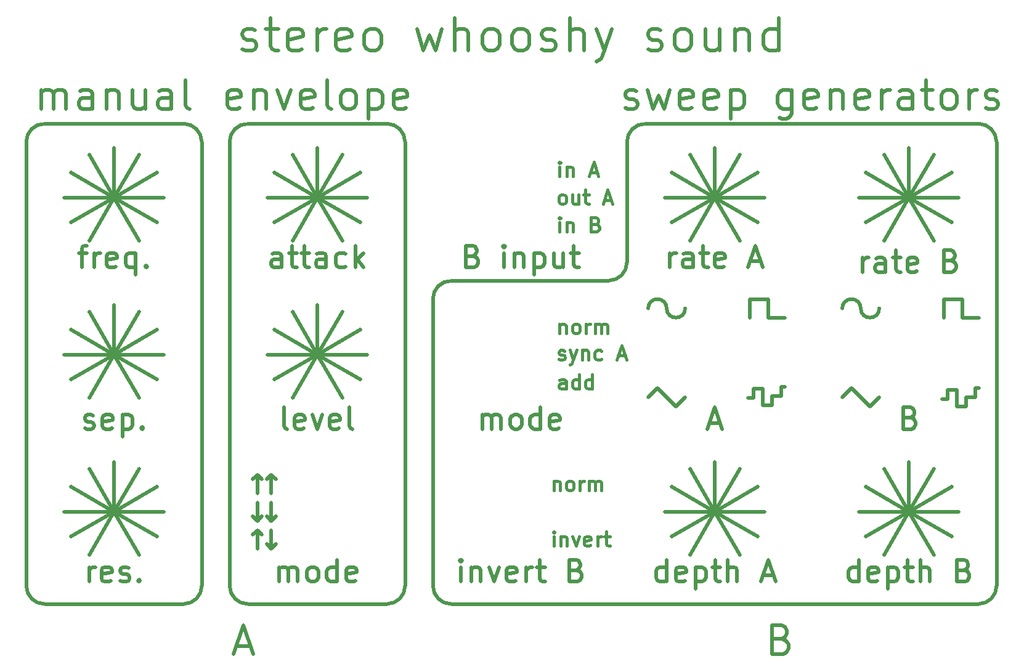
<source format=gto>
G04 #@! TF.GenerationSoftware,KiCad,Pcbnew,6.0.6-3a73a75311~116~ubuntu22.04.1*
G04 #@! TF.CreationDate,2022-07-13T12:19:01-04:00*
G04 #@! TF.ProjectId,stereo_whooshy_sound_front_panel,73746572-656f-45f7-9768-6f6f7368795f,0*
G04 #@! TF.SameCoordinates,Original*
G04 #@! TF.FileFunction,Legend,Top*
G04 #@! TF.FilePolarity,Positive*
%FSLAX46Y46*%
G04 Gerber Fmt 4.6, Leading zero omitted, Abs format (unit mm)*
G04 Created by KiCad (PCBNEW 6.0.6-3a73a75311~116~ubuntu22.04.1) date 2022-07-13 12:19:01*
%MOMM*%
%LPD*%
G01*
G04 APERTURE LIST*
%ADD10C,0.500000*%
%ADD11C,0.400000*%
%ADD12C,0.800000*%
%ADD13C,6.400000*%
G04 APERTURE END LIST*
D10*
X112395000Y-114300000D02*
X112395000Y-111760000D01*
X112395000Y-111760000D02*
X111760000Y-112395000D01*
X112395000Y-111760000D02*
X113030000Y-112395000D01*
X110490000Y-111760000D02*
X111125000Y-112395000D01*
X110490000Y-114300000D02*
X110490000Y-111760000D01*
X110490000Y-111760000D02*
X109855000Y-112395000D01*
X112395000Y-115570000D02*
X112395000Y-118110000D01*
X112395000Y-118110000D02*
X111760000Y-117475000D01*
X110490000Y-118110000D02*
X109855000Y-117475000D01*
X112395000Y-118110000D02*
X113030000Y-117475000D01*
X110490000Y-115570000D02*
X110490000Y-118110000D01*
X110490000Y-118110000D02*
X111125000Y-117475000D01*
X110490000Y-121920000D02*
X110490000Y-119380000D01*
X110490000Y-119380000D02*
X111125000Y-120015000D01*
X112395000Y-121920000D02*
X111760000Y-121285000D01*
X110490000Y-119380000D02*
X109855000Y-120015000D01*
X112395000Y-119380000D02*
X112395000Y-121920000D01*
X112395000Y-121920000D02*
X113030000Y-121285000D01*
X130810000Y-66040000D02*
X130810000Y-127000000D01*
X128270000Y-129540000D02*
X109220000Y-129540000D01*
X209550000Y-129540000D02*
G75*
G03*
X212090000Y-127000000I0J2540000D01*
G01*
X90805000Y-95250000D02*
X87376000Y-101189202D01*
X173355000Y-73660000D02*
X167415798Y-77089000D01*
X90805000Y-116840000D02*
X96744202Y-113411000D01*
X137160000Y-85090000D02*
G75*
G03*
X134620000Y-87630000I0J-2540000D01*
G01*
X173355000Y-73660000D02*
X166497000Y-73660000D01*
X212090000Y-66040000D02*
X212090000Y-127000000D01*
X173355000Y-116840000D02*
X169926000Y-122779202D01*
X205359000Y-100076000D02*
X206629000Y-100076000D01*
X161290000Y-66040000D02*
X161290000Y-82550000D01*
X78740000Y-127000000D02*
G75*
G03*
X81280000Y-129540000I2540000J0D01*
G01*
X177927000Y-101219000D02*
X178689000Y-101219000D01*
X194691000Y-102362000D02*
X195961000Y-101092000D01*
X200025000Y-116840000D02*
X203454000Y-122779202D01*
X193421000Y-88900000D02*
G75*
G03*
X195961000Y-88900000I1270000J0D01*
G01*
X200025000Y-73660000D02*
X194085798Y-70231000D01*
X179959000Y-99949000D02*
X179959000Y-102235000D01*
X164211000Y-101092000D02*
X165481000Y-99822000D01*
X118745000Y-95250000D02*
X122174000Y-101189202D01*
X106680000Y-66040000D02*
X106680000Y-127000000D01*
X179959000Y-102235000D02*
X181229000Y-102235000D01*
X178181000Y-87630000D02*
X180721000Y-87630000D01*
X90805000Y-73660000D02*
X97663000Y-73660000D01*
X200025000Y-73660000D02*
X200025000Y-66802000D01*
X118745000Y-73660000D02*
X125603000Y-73660000D01*
X90805000Y-73660000D02*
X83947000Y-73660000D01*
X90805000Y-73660000D02*
X87376000Y-67720798D01*
X207391000Y-90170000D02*
X209677000Y-90170000D01*
X181229000Y-102235000D02*
X181229000Y-100965000D01*
X81280000Y-63500000D02*
G75*
G03*
X78740000Y-66040000I0J-2540000D01*
G01*
X204851000Y-90170000D02*
X204851000Y-87630000D01*
X90805000Y-116840000D02*
X84865798Y-113411000D01*
X90805000Y-73660000D02*
X94234000Y-79599202D01*
X200025000Y-116840000D02*
X196596000Y-110900798D01*
X200025000Y-116840000D02*
X206883000Y-116840000D01*
X200025000Y-116840000D02*
X196596000Y-122779202D01*
X130810000Y-66040000D02*
G75*
G03*
X128270000Y-63500000I-2540000J0D01*
G01*
X118745000Y-95250000D02*
X124684202Y-91821000D01*
X90805000Y-116840000D02*
X87376000Y-110900798D01*
X168021000Y-102362000D02*
X169291000Y-101092000D01*
X206629000Y-100076000D02*
X206629000Y-102362000D01*
X118745000Y-73660000D02*
X118745000Y-66802000D01*
X173355000Y-73660000D02*
X167415798Y-70231000D01*
X200025000Y-73660000D02*
X193167000Y-73660000D01*
X90805000Y-95250000D02*
X83947000Y-95250000D01*
X212090000Y-66040000D02*
G75*
G03*
X209550000Y-63500000I-2540000J0D01*
G01*
X173355000Y-116840000D02*
X167415798Y-113411000D01*
X178181000Y-90170000D02*
X178181000Y-87630000D01*
X200025000Y-73660000D02*
X203454000Y-79599202D01*
X182499000Y-100965000D02*
X182499000Y-99695000D01*
X204851000Y-87630000D02*
X207391000Y-87630000D01*
X168021000Y-102362000D02*
X165481000Y-99822000D01*
X90805000Y-116840000D02*
X84865798Y-120269000D01*
X118745000Y-95250000D02*
X124684202Y-98679000D01*
X90805000Y-73660000D02*
X96744202Y-70231000D01*
X118745000Y-95250000D02*
X111887000Y-95250000D01*
X190881000Y-101092000D02*
X192151000Y-99822000D01*
X158750000Y-85090000D02*
G75*
G03*
X161290000Y-82550000I0J2540000D01*
G01*
X207899000Y-101092000D02*
X209169000Y-101092000D01*
X106680000Y-127000000D02*
G75*
G03*
X109220000Y-129540000I2540000J0D01*
G01*
X209550000Y-129540000D02*
X137160000Y-129540000D01*
X200025000Y-73660000D02*
X205964202Y-70231000D01*
X173355000Y-116840000D02*
X173355000Y-109982000D01*
X200025000Y-116840000D02*
X205964202Y-113411000D01*
X200025000Y-116840000D02*
X193167000Y-116840000D01*
X102870000Y-66040000D02*
X102870000Y-127000000D01*
X90805000Y-95250000D02*
X96744202Y-91821000D01*
X173355000Y-73660000D02*
X169926000Y-67720798D01*
X182499000Y-99695000D02*
X183007000Y-99695000D01*
X90805000Y-95250000D02*
X94234000Y-101189202D01*
X90805000Y-95250000D02*
X90805000Y-88392000D01*
X200025000Y-116840000D02*
X194085798Y-113411000D01*
X90805000Y-116840000D02*
X94234000Y-122779202D01*
X173355000Y-116840000D02*
X179294202Y-113411000D01*
X90805000Y-116840000D02*
X83947000Y-116840000D01*
X207899000Y-102362000D02*
X207899000Y-101092000D01*
X173355000Y-116840000D02*
X169926000Y-110900798D01*
X90805000Y-116840000D02*
X96744202Y-120269000D01*
X173355000Y-116840000D02*
X167415798Y-120269000D01*
X90805000Y-73660000D02*
X84865798Y-77089000D01*
X90805000Y-95250000D02*
X84865798Y-98679000D01*
X118745000Y-73660000D02*
X115316000Y-79599202D01*
X193421000Y-88900000D02*
G75*
G03*
X190881000Y-88900000I-1270000J0D01*
G01*
X173355000Y-73660000D02*
X179294202Y-70231000D01*
X90805000Y-73660000D02*
X90805000Y-66802000D01*
X100330000Y-129540000D02*
X81280000Y-129540000D01*
X163830000Y-63500000D02*
G75*
G03*
X161290000Y-66040000I0J-2540000D01*
G01*
X178689000Y-99949000D02*
X179959000Y-99949000D01*
X118745000Y-95250000D02*
X115316000Y-89310798D01*
X118745000Y-95250000D02*
X125603000Y-95250000D01*
X90805000Y-116840000D02*
X94234000Y-110900798D01*
X163830000Y-63500000D02*
X209550000Y-63500000D01*
X90805000Y-73660000D02*
X87376000Y-79599202D01*
X166751000Y-88900000D02*
G75*
G03*
X164211000Y-88900000I-1270000J0D01*
G01*
X200025000Y-73660000D02*
X206883000Y-73660000D01*
X200025000Y-116840000D02*
X205964202Y-120269000D01*
X128270000Y-63500000D02*
X109220000Y-63500000D01*
X200025000Y-116840000D02*
X200025000Y-109982000D01*
X128270000Y-129540000D02*
G75*
G03*
X130810000Y-127000000I0J2540000D01*
G01*
X173355000Y-116840000D02*
X166497000Y-116840000D01*
X90805000Y-73660000D02*
X96744202Y-77089000D01*
X118745000Y-73660000D02*
X124684202Y-77089000D01*
X118745000Y-73660000D02*
X111887000Y-73660000D01*
X118745000Y-73660000D02*
X112805798Y-70231000D01*
X200025000Y-73660000D02*
X194085798Y-77089000D01*
X166751000Y-88900000D02*
G75*
G03*
X169291000Y-88900000I1270000J0D01*
G01*
X173355000Y-116840000D02*
X179294202Y-120269000D01*
X118745000Y-95250000D02*
X122174000Y-89310798D01*
X173355000Y-73660000D02*
X169926000Y-79599202D01*
X173355000Y-116840000D02*
X176784000Y-110900798D01*
X90805000Y-95250000D02*
X87376000Y-89310798D01*
X118745000Y-95250000D02*
X118745000Y-88392000D01*
X90805000Y-95250000D02*
X97663000Y-95250000D01*
X173355000Y-73660000D02*
X173355000Y-66802000D01*
X90805000Y-73660000D02*
X94234000Y-67720798D01*
X204597000Y-101346000D02*
X205359000Y-101346000D01*
X134620000Y-127000000D02*
G75*
G03*
X137160000Y-129540000I2540000J0D01*
G01*
X173355000Y-73660000D02*
X176784000Y-79599202D01*
X100330000Y-63500000D02*
X81280000Y-63500000D01*
X90805000Y-116840000D02*
X90805000Y-109982000D01*
X90805000Y-116840000D02*
X87376000Y-122779202D01*
X209169000Y-99822000D02*
X209677000Y-99822000D01*
X90805000Y-95250000D02*
X94234000Y-89310798D01*
X207391000Y-87630000D02*
X207391000Y-90170000D01*
X200025000Y-116840000D02*
X203454000Y-110900798D01*
X200025000Y-116840000D02*
X194085798Y-120269000D01*
X100330000Y-129540000D02*
G75*
G03*
X102870000Y-127000000I0J2540000D01*
G01*
X173355000Y-116840000D02*
X180213000Y-116840000D01*
X181229000Y-100965000D02*
X182499000Y-100965000D01*
X209169000Y-101092000D02*
X209169000Y-99822000D01*
X109220000Y-63500000D02*
G75*
G03*
X106680000Y-66040000I0J-2540000D01*
G01*
X118745000Y-95250000D02*
X115316000Y-101189202D01*
X90805000Y-95250000D02*
X96744202Y-98679000D01*
X173355000Y-116840000D02*
X176784000Y-122779202D01*
X118745000Y-95250000D02*
X112805798Y-98679000D01*
X173355000Y-73660000D02*
X180213000Y-73660000D01*
X180721000Y-87630000D02*
X180721000Y-90170000D01*
X90805000Y-95250000D02*
X84865798Y-91821000D01*
X102870000Y-66040000D02*
G75*
G03*
X100330000Y-63500000I-2540000J0D01*
G01*
X118745000Y-73660000D02*
X122174000Y-79599202D01*
X200025000Y-73660000D02*
X196596000Y-79599202D01*
X90805000Y-73660000D02*
X84865798Y-70231000D01*
X137160000Y-85090000D02*
X158750000Y-85090000D01*
X134620000Y-87630000D02*
X134620000Y-127000000D01*
X118745000Y-73660000D02*
X124684202Y-70231000D01*
X118745000Y-73660000D02*
X115316000Y-67720798D01*
X206629000Y-102362000D02*
X207899000Y-102362000D01*
X78740000Y-66040000D02*
X78740000Y-127000000D01*
X173355000Y-73660000D02*
X179294202Y-77089000D01*
X180721000Y-90170000D02*
X183007000Y-90170000D01*
X200025000Y-73660000D02*
X205964202Y-77089000D01*
X173355000Y-73660000D02*
X176784000Y-67720798D01*
X118745000Y-73660000D02*
X122174000Y-67720798D01*
X90805000Y-116840000D02*
X97663000Y-116840000D01*
X205359000Y-101346000D02*
X205359000Y-100076000D01*
X200025000Y-73660000D02*
X196596000Y-67720798D01*
X200025000Y-73660000D02*
X203454000Y-67720798D01*
X194691000Y-102362000D02*
X192151000Y-99822000D01*
X178689000Y-101219000D02*
X178689000Y-99949000D01*
X118745000Y-73660000D02*
X112805798Y-77089000D01*
X118745000Y-95250000D02*
X112805798Y-91821000D01*
X141399285Y-105497142D02*
X141399285Y-103497142D01*
X141399285Y-103782857D02*
X141542142Y-103640000D01*
X141827857Y-103497142D01*
X142256428Y-103497142D01*
X142542142Y-103640000D01*
X142685000Y-103925714D01*
X142685000Y-105497142D01*
X142685000Y-103925714D02*
X142827857Y-103640000D01*
X143113571Y-103497142D01*
X143542142Y-103497142D01*
X143827857Y-103640000D01*
X143970714Y-103925714D01*
X143970714Y-105497142D01*
X145827857Y-105497142D02*
X145542142Y-105354285D01*
X145399285Y-105211428D01*
X145256428Y-104925714D01*
X145256428Y-104068571D01*
X145399285Y-103782857D01*
X145542142Y-103640000D01*
X145827857Y-103497142D01*
X146256428Y-103497142D01*
X146542142Y-103640000D01*
X146685000Y-103782857D01*
X146827857Y-104068571D01*
X146827857Y-104925714D01*
X146685000Y-105211428D01*
X146542142Y-105354285D01*
X146256428Y-105497142D01*
X145827857Y-105497142D01*
X149399285Y-105497142D02*
X149399285Y-102497142D01*
X149399285Y-105354285D02*
X149113571Y-105497142D01*
X148542142Y-105497142D01*
X148256428Y-105354285D01*
X148113571Y-105211428D01*
X147970714Y-104925714D01*
X147970714Y-104068571D01*
X148113571Y-103782857D01*
X148256428Y-103640000D01*
X148542142Y-103497142D01*
X149113571Y-103497142D01*
X149399285Y-103640000D01*
X151970714Y-105354285D02*
X151685000Y-105497142D01*
X151113571Y-105497142D01*
X150827857Y-105354285D01*
X150685000Y-105068571D01*
X150685000Y-103925714D01*
X150827857Y-103640000D01*
X151113571Y-103497142D01*
X151685000Y-103497142D01*
X151970714Y-103640000D01*
X152113571Y-103925714D01*
X152113571Y-104211428D01*
X150685000Y-104497142D01*
D11*
X152057190Y-91011428D02*
X152057190Y-92344761D01*
X152057190Y-91201904D02*
X152152428Y-91106666D01*
X152342904Y-91011428D01*
X152628619Y-91011428D01*
X152819095Y-91106666D01*
X152914333Y-91297142D01*
X152914333Y-92344761D01*
X154152428Y-92344761D02*
X153961952Y-92249523D01*
X153866714Y-92154285D01*
X153771476Y-91963809D01*
X153771476Y-91392380D01*
X153866714Y-91201904D01*
X153961952Y-91106666D01*
X154152428Y-91011428D01*
X154438142Y-91011428D01*
X154628619Y-91106666D01*
X154723857Y-91201904D01*
X154819095Y-91392380D01*
X154819095Y-91963809D01*
X154723857Y-92154285D01*
X154628619Y-92249523D01*
X154438142Y-92344761D01*
X154152428Y-92344761D01*
X155676238Y-92344761D02*
X155676238Y-91011428D01*
X155676238Y-91392380D02*
X155771476Y-91201904D01*
X155866714Y-91106666D01*
X156057190Y-91011428D01*
X156247666Y-91011428D01*
X156914333Y-92344761D02*
X156914333Y-91011428D01*
X156914333Y-91201904D02*
X157009571Y-91106666D01*
X157200047Y-91011428D01*
X157485761Y-91011428D01*
X157676238Y-91106666D01*
X157771476Y-91297142D01*
X157771476Y-92344761D01*
X157771476Y-91297142D02*
X157866714Y-91106666D01*
X158057190Y-91011428D01*
X158342904Y-91011428D01*
X158533380Y-91106666D01*
X158628619Y-91297142D01*
X158628619Y-92344761D01*
X151897952Y-95869523D02*
X152088428Y-95964761D01*
X152469380Y-95964761D01*
X152659857Y-95869523D01*
X152755095Y-95679047D01*
X152755095Y-95583809D01*
X152659857Y-95393333D01*
X152469380Y-95298095D01*
X152183666Y-95298095D01*
X151993190Y-95202857D01*
X151897952Y-95012380D01*
X151897952Y-94917142D01*
X151993190Y-94726666D01*
X152183666Y-94631428D01*
X152469380Y-94631428D01*
X152659857Y-94726666D01*
X153421761Y-94631428D02*
X153897952Y-95964761D01*
X154374142Y-94631428D02*
X153897952Y-95964761D01*
X153707476Y-96440952D01*
X153612238Y-96536190D01*
X153421761Y-96631428D01*
X155136047Y-94631428D02*
X155136047Y-95964761D01*
X155136047Y-94821904D02*
X155231285Y-94726666D01*
X155421761Y-94631428D01*
X155707476Y-94631428D01*
X155897952Y-94726666D01*
X155993190Y-94917142D01*
X155993190Y-95964761D01*
X157802714Y-95869523D02*
X157612238Y-95964761D01*
X157231285Y-95964761D01*
X157040809Y-95869523D01*
X156945571Y-95774285D01*
X156850333Y-95583809D01*
X156850333Y-95012380D01*
X156945571Y-94821904D01*
X157040809Y-94726666D01*
X157231285Y-94631428D01*
X157612238Y-94631428D01*
X157802714Y-94726666D01*
X160088428Y-95393333D02*
X161040809Y-95393333D01*
X159897952Y-95964761D02*
X160564619Y-93964761D01*
X161231285Y-95964761D01*
X152914333Y-99964761D02*
X152914333Y-98917142D01*
X152819095Y-98726666D01*
X152628619Y-98631428D01*
X152247666Y-98631428D01*
X152057190Y-98726666D01*
X152914333Y-99869523D02*
X152723857Y-99964761D01*
X152247666Y-99964761D01*
X152057190Y-99869523D01*
X151961952Y-99679047D01*
X151961952Y-99488571D01*
X152057190Y-99298095D01*
X152247666Y-99202857D01*
X152723857Y-99202857D01*
X152914333Y-99107619D01*
X154723857Y-99964761D02*
X154723857Y-97964761D01*
X154723857Y-99869523D02*
X154533380Y-99964761D01*
X154152428Y-99964761D01*
X153961952Y-99869523D01*
X153866714Y-99774285D01*
X153771476Y-99583809D01*
X153771476Y-99012380D01*
X153866714Y-98821904D01*
X153961952Y-98726666D01*
X154152428Y-98631428D01*
X154533380Y-98631428D01*
X154723857Y-98726666D01*
X156533380Y-99964761D02*
X156533380Y-97964761D01*
X156533380Y-99869523D02*
X156342904Y-99964761D01*
X155961952Y-99964761D01*
X155771476Y-99869523D01*
X155676238Y-99774285D01*
X155581000Y-99583809D01*
X155581000Y-99012380D01*
X155676238Y-98821904D01*
X155771476Y-98726666D01*
X155961952Y-98631428D01*
X156342904Y-98631428D01*
X156533380Y-98726666D01*
X151231190Y-112601428D02*
X151231190Y-113934761D01*
X151231190Y-112791904D02*
X151326428Y-112696666D01*
X151516904Y-112601428D01*
X151802619Y-112601428D01*
X151993095Y-112696666D01*
X152088333Y-112887142D01*
X152088333Y-113934761D01*
X153326428Y-113934761D02*
X153135952Y-113839523D01*
X153040714Y-113744285D01*
X152945476Y-113553809D01*
X152945476Y-112982380D01*
X153040714Y-112791904D01*
X153135952Y-112696666D01*
X153326428Y-112601428D01*
X153612142Y-112601428D01*
X153802619Y-112696666D01*
X153897857Y-112791904D01*
X153993095Y-112982380D01*
X153993095Y-113553809D01*
X153897857Y-113744285D01*
X153802619Y-113839523D01*
X153612142Y-113934761D01*
X153326428Y-113934761D01*
X154850238Y-113934761D02*
X154850238Y-112601428D01*
X154850238Y-112982380D02*
X154945476Y-112791904D01*
X155040714Y-112696666D01*
X155231190Y-112601428D01*
X155421666Y-112601428D01*
X156088333Y-113934761D02*
X156088333Y-112601428D01*
X156088333Y-112791904D02*
X156183571Y-112696666D01*
X156374047Y-112601428D01*
X156659761Y-112601428D01*
X156850238Y-112696666D01*
X156945476Y-112887142D01*
X156945476Y-113934761D01*
X156945476Y-112887142D02*
X157040714Y-112696666D01*
X157231190Y-112601428D01*
X157516904Y-112601428D01*
X157707380Y-112696666D01*
X157802619Y-112887142D01*
X157802619Y-113934761D01*
X151231190Y-121554761D02*
X151231190Y-120221428D01*
X151231190Y-119554761D02*
X151135952Y-119650000D01*
X151231190Y-119745238D01*
X151326428Y-119650000D01*
X151231190Y-119554761D01*
X151231190Y-119745238D01*
X152183571Y-120221428D02*
X152183571Y-121554761D01*
X152183571Y-120411904D02*
X152278809Y-120316666D01*
X152469285Y-120221428D01*
X152755000Y-120221428D01*
X152945476Y-120316666D01*
X153040714Y-120507142D01*
X153040714Y-121554761D01*
X153802619Y-120221428D02*
X154278809Y-121554761D01*
X154755000Y-120221428D01*
X156278809Y-121459523D02*
X156088333Y-121554761D01*
X155707380Y-121554761D01*
X155516904Y-121459523D01*
X155421666Y-121269047D01*
X155421666Y-120507142D01*
X155516904Y-120316666D01*
X155707380Y-120221428D01*
X156088333Y-120221428D01*
X156278809Y-120316666D01*
X156374047Y-120507142D01*
X156374047Y-120697619D01*
X155421666Y-120888095D01*
X157231190Y-121554761D02*
X157231190Y-120221428D01*
X157231190Y-120602380D02*
X157326428Y-120411904D01*
X157421666Y-120316666D01*
X157612142Y-120221428D01*
X157802619Y-120221428D01*
X158183571Y-120221428D02*
X158945476Y-120221428D01*
X158469285Y-119554761D02*
X158469285Y-121269047D01*
X158564523Y-121459523D01*
X158755000Y-121554761D01*
X158945476Y-121554761D01*
D10*
X138470714Y-126452142D02*
X138470714Y-124452142D01*
X138470714Y-123452142D02*
X138327857Y-123595000D01*
X138470714Y-123737857D01*
X138613571Y-123595000D01*
X138470714Y-123452142D01*
X138470714Y-123737857D01*
X139899285Y-124452142D02*
X139899285Y-126452142D01*
X139899285Y-124737857D02*
X140042142Y-124595000D01*
X140327857Y-124452142D01*
X140756428Y-124452142D01*
X141042142Y-124595000D01*
X141185000Y-124880714D01*
X141185000Y-126452142D01*
X142327857Y-124452142D02*
X143042142Y-126452142D01*
X143756428Y-124452142D01*
X146042142Y-126309285D02*
X145756428Y-126452142D01*
X145185000Y-126452142D01*
X144899285Y-126309285D01*
X144756428Y-126023571D01*
X144756428Y-124880714D01*
X144899285Y-124595000D01*
X145185000Y-124452142D01*
X145756428Y-124452142D01*
X146042142Y-124595000D01*
X146185000Y-124880714D01*
X146185000Y-125166428D01*
X144756428Y-125452142D01*
X147470714Y-126452142D02*
X147470714Y-124452142D01*
X147470714Y-125023571D02*
X147613571Y-124737857D01*
X147756428Y-124595000D01*
X148042142Y-124452142D01*
X148327857Y-124452142D01*
X148899285Y-124452142D02*
X150042142Y-124452142D01*
X149327857Y-123452142D02*
X149327857Y-126023571D01*
X149470714Y-126309285D01*
X149756428Y-126452142D01*
X150042142Y-126452142D01*
X154327857Y-124880714D02*
X154756428Y-125023571D01*
X154899285Y-125166428D01*
X155042142Y-125452142D01*
X155042142Y-125880714D01*
X154899285Y-126166428D01*
X154756428Y-126309285D01*
X154470714Y-126452142D01*
X153327857Y-126452142D01*
X153327857Y-123452142D01*
X154327857Y-123452142D01*
X154613571Y-123595000D01*
X154756428Y-123737857D01*
X154899285Y-124023571D01*
X154899285Y-124309285D01*
X154756428Y-124595000D01*
X154613571Y-124737857D01*
X154327857Y-124880714D01*
X153327857Y-124880714D01*
X167212142Y-83272142D02*
X167212142Y-81272142D01*
X167212142Y-81843571D02*
X167355000Y-81557857D01*
X167497857Y-81415000D01*
X167783571Y-81272142D01*
X168069285Y-81272142D01*
X170355000Y-83272142D02*
X170355000Y-81700714D01*
X170212142Y-81415000D01*
X169926428Y-81272142D01*
X169355000Y-81272142D01*
X169069285Y-81415000D01*
X170355000Y-83129285D02*
X170069285Y-83272142D01*
X169355000Y-83272142D01*
X169069285Y-83129285D01*
X168926428Y-82843571D01*
X168926428Y-82557857D01*
X169069285Y-82272142D01*
X169355000Y-82129285D01*
X170069285Y-82129285D01*
X170355000Y-81986428D01*
X171355000Y-81272142D02*
X172497857Y-81272142D01*
X171783571Y-80272142D02*
X171783571Y-82843571D01*
X171926428Y-83129285D01*
X172212142Y-83272142D01*
X172497857Y-83272142D01*
X174640714Y-83129285D02*
X174355000Y-83272142D01*
X173783571Y-83272142D01*
X173497857Y-83129285D01*
X173355000Y-82843571D01*
X173355000Y-81700714D01*
X173497857Y-81415000D01*
X173783571Y-81272142D01*
X174355000Y-81272142D01*
X174640714Y-81415000D01*
X174783571Y-81700714D01*
X174783571Y-81986428D01*
X173355000Y-82272142D01*
X178212142Y-82415000D02*
X179640714Y-82415000D01*
X177926428Y-83272142D02*
X178926428Y-80272142D01*
X179926428Y-83272142D01*
X193667857Y-83907142D02*
X193667857Y-81907142D01*
X193667857Y-82478571D02*
X193810714Y-82192857D01*
X193953571Y-82050000D01*
X194239285Y-81907142D01*
X194525000Y-81907142D01*
X196810714Y-83907142D02*
X196810714Y-82335714D01*
X196667857Y-82050000D01*
X196382142Y-81907142D01*
X195810714Y-81907142D01*
X195525000Y-82050000D01*
X196810714Y-83764285D02*
X196525000Y-83907142D01*
X195810714Y-83907142D01*
X195525000Y-83764285D01*
X195382142Y-83478571D01*
X195382142Y-83192857D01*
X195525000Y-82907142D01*
X195810714Y-82764285D01*
X196525000Y-82764285D01*
X196810714Y-82621428D01*
X197810714Y-81907142D02*
X198953571Y-81907142D01*
X198239285Y-80907142D02*
X198239285Y-83478571D01*
X198382142Y-83764285D01*
X198667857Y-83907142D01*
X198953571Y-83907142D01*
X201096428Y-83764285D02*
X200810714Y-83907142D01*
X200239285Y-83907142D01*
X199953571Y-83764285D01*
X199810714Y-83478571D01*
X199810714Y-82335714D01*
X199953571Y-82050000D01*
X200239285Y-81907142D01*
X200810714Y-81907142D01*
X201096428Y-82050000D01*
X201239285Y-82335714D01*
X201239285Y-82621428D01*
X199810714Y-82907142D01*
X205810714Y-82335714D02*
X206239285Y-82478571D01*
X206382142Y-82621428D01*
X206525000Y-82907142D01*
X206525000Y-83335714D01*
X206382142Y-83621428D01*
X206239285Y-83764285D01*
X205953571Y-83907142D01*
X204810714Y-83907142D01*
X204810714Y-80907142D01*
X205810714Y-80907142D01*
X206096428Y-81050000D01*
X206239285Y-81192857D01*
X206382142Y-81478571D01*
X206382142Y-81764285D01*
X206239285Y-82050000D01*
X206096428Y-82192857D01*
X205810714Y-82335714D01*
X204810714Y-82335714D01*
X166712142Y-126452142D02*
X166712142Y-123452142D01*
X166712142Y-126309285D02*
X166426428Y-126452142D01*
X165855000Y-126452142D01*
X165569285Y-126309285D01*
X165426428Y-126166428D01*
X165283571Y-125880714D01*
X165283571Y-125023571D01*
X165426428Y-124737857D01*
X165569285Y-124595000D01*
X165855000Y-124452142D01*
X166426428Y-124452142D01*
X166712142Y-124595000D01*
X169283571Y-126309285D02*
X168997857Y-126452142D01*
X168426428Y-126452142D01*
X168140714Y-126309285D01*
X167997857Y-126023571D01*
X167997857Y-124880714D01*
X168140714Y-124595000D01*
X168426428Y-124452142D01*
X168997857Y-124452142D01*
X169283571Y-124595000D01*
X169426428Y-124880714D01*
X169426428Y-125166428D01*
X167997857Y-125452142D01*
X170712142Y-124452142D02*
X170712142Y-127452142D01*
X170712142Y-124595000D02*
X170997857Y-124452142D01*
X171569285Y-124452142D01*
X171855000Y-124595000D01*
X171997857Y-124737857D01*
X172140714Y-125023571D01*
X172140714Y-125880714D01*
X171997857Y-126166428D01*
X171855000Y-126309285D01*
X171569285Y-126452142D01*
X170997857Y-126452142D01*
X170712142Y-126309285D01*
X172997857Y-124452142D02*
X174140714Y-124452142D01*
X173426428Y-123452142D02*
X173426428Y-126023571D01*
X173569285Y-126309285D01*
X173855000Y-126452142D01*
X174140714Y-126452142D01*
X175140714Y-126452142D02*
X175140714Y-123452142D01*
X176426428Y-126452142D02*
X176426428Y-124880714D01*
X176283571Y-124595000D01*
X175997857Y-124452142D01*
X175569285Y-124452142D01*
X175283571Y-124595000D01*
X175140714Y-124737857D01*
X179997857Y-125595000D02*
X181426428Y-125595000D01*
X179712142Y-126452142D02*
X180712142Y-123452142D01*
X181712142Y-126452142D01*
X114602142Y-105497142D02*
X114316428Y-105354285D01*
X114173571Y-105068571D01*
X114173571Y-102497142D01*
X116887857Y-105354285D02*
X116602142Y-105497142D01*
X116030714Y-105497142D01*
X115745000Y-105354285D01*
X115602142Y-105068571D01*
X115602142Y-103925714D01*
X115745000Y-103640000D01*
X116030714Y-103497142D01*
X116602142Y-103497142D01*
X116887857Y-103640000D01*
X117030714Y-103925714D01*
X117030714Y-104211428D01*
X115602142Y-104497142D01*
X118030714Y-103497142D02*
X118745000Y-105497142D01*
X119459285Y-103497142D01*
X121745000Y-105354285D02*
X121459285Y-105497142D01*
X120887857Y-105497142D01*
X120602142Y-105354285D01*
X120459285Y-105068571D01*
X120459285Y-103925714D01*
X120602142Y-103640000D01*
X120887857Y-103497142D01*
X121459285Y-103497142D01*
X121745000Y-103640000D01*
X121887857Y-103925714D01*
X121887857Y-104211428D01*
X120459285Y-104497142D01*
X123602142Y-105497142D02*
X123316428Y-105354285D01*
X123173571Y-105068571D01*
X123173571Y-102497142D01*
X113459285Y-126452142D02*
X113459285Y-124452142D01*
X113459285Y-124737857D02*
X113602142Y-124595000D01*
X113887857Y-124452142D01*
X114316428Y-124452142D01*
X114602142Y-124595000D01*
X114745000Y-124880714D01*
X114745000Y-126452142D01*
X114745000Y-124880714D02*
X114887857Y-124595000D01*
X115173571Y-124452142D01*
X115602142Y-124452142D01*
X115887857Y-124595000D01*
X116030714Y-124880714D01*
X116030714Y-126452142D01*
X117887857Y-126452142D02*
X117602142Y-126309285D01*
X117459285Y-126166428D01*
X117316428Y-125880714D01*
X117316428Y-125023571D01*
X117459285Y-124737857D01*
X117602142Y-124595000D01*
X117887857Y-124452142D01*
X118316428Y-124452142D01*
X118602142Y-124595000D01*
X118745000Y-124737857D01*
X118887857Y-125023571D01*
X118887857Y-125880714D01*
X118745000Y-126166428D01*
X118602142Y-126309285D01*
X118316428Y-126452142D01*
X117887857Y-126452142D01*
X121459285Y-126452142D02*
X121459285Y-123452142D01*
X121459285Y-126309285D02*
X121173571Y-126452142D01*
X120602142Y-126452142D01*
X120316428Y-126309285D01*
X120173571Y-126166428D01*
X120030714Y-125880714D01*
X120030714Y-125023571D01*
X120173571Y-124737857D01*
X120316428Y-124595000D01*
X120602142Y-124452142D01*
X121173571Y-124452142D01*
X121459285Y-124595000D01*
X124030714Y-126309285D02*
X123745000Y-126452142D01*
X123173571Y-126452142D01*
X122887857Y-126309285D01*
X122745000Y-126023571D01*
X122745000Y-124880714D01*
X122887857Y-124595000D01*
X123173571Y-124452142D01*
X123745000Y-124452142D01*
X124030714Y-124595000D01*
X124173571Y-124880714D01*
X124173571Y-125166428D01*
X122745000Y-125452142D01*
X85947857Y-81272142D02*
X87090714Y-81272142D01*
X86376428Y-83272142D02*
X86376428Y-80700714D01*
X86519285Y-80415000D01*
X86805000Y-80272142D01*
X87090714Y-80272142D01*
X88090714Y-83272142D02*
X88090714Y-81272142D01*
X88090714Y-81843571D02*
X88233571Y-81557857D01*
X88376428Y-81415000D01*
X88662142Y-81272142D01*
X88947857Y-81272142D01*
X91090714Y-83129285D02*
X90805000Y-83272142D01*
X90233571Y-83272142D01*
X89947857Y-83129285D01*
X89805000Y-82843571D01*
X89805000Y-81700714D01*
X89947857Y-81415000D01*
X90233571Y-81272142D01*
X90805000Y-81272142D01*
X91090714Y-81415000D01*
X91233571Y-81700714D01*
X91233571Y-81986428D01*
X89805000Y-82272142D01*
X93805000Y-81272142D02*
X93805000Y-84272142D01*
X93805000Y-83129285D02*
X93519285Y-83272142D01*
X92947857Y-83272142D01*
X92662142Y-83129285D01*
X92519285Y-82986428D01*
X92376428Y-82700714D01*
X92376428Y-81843571D01*
X92519285Y-81557857D01*
X92662142Y-81415000D01*
X92947857Y-81272142D01*
X93519285Y-81272142D01*
X93805000Y-81415000D01*
X95233571Y-82986428D02*
X95376428Y-83129285D01*
X95233571Y-83272142D01*
X95090714Y-83129285D01*
X95233571Y-82986428D01*
X95233571Y-83272142D01*
X86805000Y-105354285D02*
X87090714Y-105497142D01*
X87662142Y-105497142D01*
X87947857Y-105354285D01*
X88090714Y-105068571D01*
X88090714Y-104925714D01*
X87947857Y-104640000D01*
X87662142Y-104497142D01*
X87233571Y-104497142D01*
X86947857Y-104354285D01*
X86805000Y-104068571D01*
X86805000Y-103925714D01*
X86947857Y-103640000D01*
X87233571Y-103497142D01*
X87662142Y-103497142D01*
X87947857Y-103640000D01*
X90519285Y-105354285D02*
X90233571Y-105497142D01*
X89662142Y-105497142D01*
X89376428Y-105354285D01*
X89233571Y-105068571D01*
X89233571Y-103925714D01*
X89376428Y-103640000D01*
X89662142Y-103497142D01*
X90233571Y-103497142D01*
X90519285Y-103640000D01*
X90662142Y-103925714D01*
X90662142Y-104211428D01*
X89233571Y-104497142D01*
X91947857Y-103497142D02*
X91947857Y-106497142D01*
X91947857Y-103640000D02*
X92233571Y-103497142D01*
X92805000Y-103497142D01*
X93090714Y-103640000D01*
X93233571Y-103782857D01*
X93376428Y-104068571D01*
X93376428Y-104925714D01*
X93233571Y-105211428D01*
X93090714Y-105354285D01*
X92805000Y-105497142D01*
X92233571Y-105497142D01*
X91947857Y-105354285D01*
X94662142Y-105211428D02*
X94805000Y-105354285D01*
X94662142Y-105497142D01*
X94519285Y-105354285D01*
X94662142Y-105211428D01*
X94662142Y-105497142D01*
X87376428Y-126452142D02*
X87376428Y-124452142D01*
X87376428Y-125023571D02*
X87519285Y-124737857D01*
X87662142Y-124595000D01*
X87947857Y-124452142D01*
X88233571Y-124452142D01*
X90376428Y-126309285D02*
X90090714Y-126452142D01*
X89519285Y-126452142D01*
X89233571Y-126309285D01*
X89090714Y-126023571D01*
X89090714Y-124880714D01*
X89233571Y-124595000D01*
X89519285Y-124452142D01*
X90090714Y-124452142D01*
X90376428Y-124595000D01*
X90519285Y-124880714D01*
X90519285Y-125166428D01*
X89090714Y-125452142D01*
X91662142Y-126309285D02*
X91947857Y-126452142D01*
X92519285Y-126452142D01*
X92805000Y-126309285D01*
X92947857Y-126023571D01*
X92947857Y-125880714D01*
X92805000Y-125595000D01*
X92519285Y-125452142D01*
X92090714Y-125452142D01*
X91805000Y-125309285D01*
X91662142Y-125023571D01*
X91662142Y-124880714D01*
X91805000Y-124595000D01*
X92090714Y-124452142D01*
X92519285Y-124452142D01*
X92805000Y-124595000D01*
X94233571Y-126166428D02*
X94376428Y-126309285D01*
X94233571Y-126452142D01*
X94090714Y-126309285D01*
X94233571Y-126166428D01*
X94233571Y-126452142D01*
X80805000Y-61499523D02*
X80805000Y-58832857D01*
X80805000Y-59213809D02*
X80995476Y-59023333D01*
X81376428Y-58832857D01*
X81947857Y-58832857D01*
X82328809Y-59023333D01*
X82519285Y-59404285D01*
X82519285Y-61499523D01*
X82519285Y-59404285D02*
X82709761Y-59023333D01*
X83090714Y-58832857D01*
X83662142Y-58832857D01*
X84043095Y-59023333D01*
X84233571Y-59404285D01*
X84233571Y-61499523D01*
X87852619Y-61499523D02*
X87852619Y-59404285D01*
X87662142Y-59023333D01*
X87281190Y-58832857D01*
X86519285Y-58832857D01*
X86138333Y-59023333D01*
X87852619Y-61309047D02*
X87471666Y-61499523D01*
X86519285Y-61499523D01*
X86138333Y-61309047D01*
X85947857Y-60928095D01*
X85947857Y-60547142D01*
X86138333Y-60166190D01*
X86519285Y-59975714D01*
X87471666Y-59975714D01*
X87852619Y-59785238D01*
X89757380Y-58832857D02*
X89757380Y-61499523D01*
X89757380Y-59213809D02*
X89947857Y-59023333D01*
X90328809Y-58832857D01*
X90900238Y-58832857D01*
X91281190Y-59023333D01*
X91471666Y-59404285D01*
X91471666Y-61499523D01*
X95090714Y-58832857D02*
X95090714Y-61499523D01*
X93376428Y-58832857D02*
X93376428Y-60928095D01*
X93566904Y-61309047D01*
X93947857Y-61499523D01*
X94519285Y-61499523D01*
X94900238Y-61309047D01*
X95090714Y-61118571D01*
X98709761Y-61499523D02*
X98709761Y-59404285D01*
X98519285Y-59023333D01*
X98138333Y-58832857D01*
X97376428Y-58832857D01*
X96995476Y-59023333D01*
X98709761Y-61309047D02*
X98328809Y-61499523D01*
X97376428Y-61499523D01*
X96995476Y-61309047D01*
X96805000Y-60928095D01*
X96805000Y-60547142D01*
X96995476Y-60166190D01*
X97376428Y-59975714D01*
X98328809Y-59975714D01*
X98709761Y-59785238D01*
X101185952Y-61499523D02*
X100805000Y-61309047D01*
X100614523Y-60928095D01*
X100614523Y-57499523D01*
X108078333Y-61309047D02*
X107697380Y-61499523D01*
X106935476Y-61499523D01*
X106554523Y-61309047D01*
X106364047Y-60928095D01*
X106364047Y-59404285D01*
X106554523Y-59023333D01*
X106935476Y-58832857D01*
X107697380Y-58832857D01*
X108078333Y-59023333D01*
X108268809Y-59404285D01*
X108268809Y-59785238D01*
X106364047Y-60166190D01*
X109983095Y-58832857D02*
X109983095Y-61499523D01*
X109983095Y-59213809D02*
X110173571Y-59023333D01*
X110554523Y-58832857D01*
X111125952Y-58832857D01*
X111506904Y-59023333D01*
X111697380Y-59404285D01*
X111697380Y-61499523D01*
X113221190Y-58832857D02*
X114173571Y-61499523D01*
X115125952Y-58832857D01*
X118173571Y-61309047D02*
X117792619Y-61499523D01*
X117030714Y-61499523D01*
X116649761Y-61309047D01*
X116459285Y-60928095D01*
X116459285Y-59404285D01*
X116649761Y-59023333D01*
X117030714Y-58832857D01*
X117792619Y-58832857D01*
X118173571Y-59023333D01*
X118364047Y-59404285D01*
X118364047Y-59785238D01*
X116459285Y-60166190D01*
X120649761Y-61499523D02*
X120268809Y-61309047D01*
X120078333Y-60928095D01*
X120078333Y-57499523D01*
X122745000Y-61499523D02*
X122364047Y-61309047D01*
X122173571Y-61118571D01*
X121983095Y-60737619D01*
X121983095Y-59594761D01*
X122173571Y-59213809D01*
X122364047Y-59023333D01*
X122745000Y-58832857D01*
X123316428Y-58832857D01*
X123697380Y-59023333D01*
X123887857Y-59213809D01*
X124078333Y-59594761D01*
X124078333Y-60737619D01*
X123887857Y-61118571D01*
X123697380Y-61309047D01*
X123316428Y-61499523D01*
X122745000Y-61499523D01*
X125792619Y-58832857D02*
X125792619Y-62832857D01*
X125792619Y-59023333D02*
X126173571Y-58832857D01*
X126935476Y-58832857D01*
X127316428Y-59023333D01*
X127506904Y-59213809D01*
X127697380Y-59594761D01*
X127697380Y-60737619D01*
X127506904Y-61118571D01*
X127316428Y-61309047D01*
X126935476Y-61499523D01*
X126173571Y-61499523D01*
X125792619Y-61309047D01*
X130935476Y-61309047D02*
X130554523Y-61499523D01*
X129792619Y-61499523D01*
X129411666Y-61309047D01*
X129221190Y-60928095D01*
X129221190Y-59404285D01*
X129411666Y-59023333D01*
X129792619Y-58832857D01*
X130554523Y-58832857D01*
X130935476Y-59023333D01*
X131125952Y-59404285D01*
X131125952Y-59785238D01*
X129221190Y-60166190D01*
X161070952Y-61309047D02*
X161451904Y-61499523D01*
X162213809Y-61499523D01*
X162594761Y-61309047D01*
X162785238Y-60928095D01*
X162785238Y-60737619D01*
X162594761Y-60356666D01*
X162213809Y-60166190D01*
X161642380Y-60166190D01*
X161261428Y-59975714D01*
X161070952Y-59594761D01*
X161070952Y-59404285D01*
X161261428Y-59023333D01*
X161642380Y-58832857D01*
X162213809Y-58832857D01*
X162594761Y-59023333D01*
X164118571Y-58832857D02*
X164880476Y-61499523D01*
X165642380Y-59594761D01*
X166404285Y-61499523D01*
X167166190Y-58832857D01*
X170213809Y-61309047D02*
X169832857Y-61499523D01*
X169070952Y-61499523D01*
X168690000Y-61309047D01*
X168499523Y-60928095D01*
X168499523Y-59404285D01*
X168690000Y-59023333D01*
X169070952Y-58832857D01*
X169832857Y-58832857D01*
X170213809Y-59023333D01*
X170404285Y-59404285D01*
X170404285Y-59785238D01*
X168499523Y-60166190D01*
X173642380Y-61309047D02*
X173261428Y-61499523D01*
X172499523Y-61499523D01*
X172118571Y-61309047D01*
X171928095Y-60928095D01*
X171928095Y-59404285D01*
X172118571Y-59023333D01*
X172499523Y-58832857D01*
X173261428Y-58832857D01*
X173642380Y-59023333D01*
X173832857Y-59404285D01*
X173832857Y-59785238D01*
X171928095Y-60166190D01*
X175547142Y-58832857D02*
X175547142Y-62832857D01*
X175547142Y-59023333D02*
X175928095Y-58832857D01*
X176690000Y-58832857D01*
X177070952Y-59023333D01*
X177261428Y-59213809D01*
X177451904Y-59594761D01*
X177451904Y-60737619D01*
X177261428Y-61118571D01*
X177070952Y-61309047D01*
X176690000Y-61499523D01*
X175928095Y-61499523D01*
X175547142Y-61309047D01*
X183928095Y-58832857D02*
X183928095Y-62070952D01*
X183737619Y-62451904D01*
X183547142Y-62642380D01*
X183166190Y-62832857D01*
X182594761Y-62832857D01*
X182213809Y-62642380D01*
X183928095Y-61309047D02*
X183547142Y-61499523D01*
X182785238Y-61499523D01*
X182404285Y-61309047D01*
X182213809Y-61118571D01*
X182023333Y-60737619D01*
X182023333Y-59594761D01*
X182213809Y-59213809D01*
X182404285Y-59023333D01*
X182785238Y-58832857D01*
X183547142Y-58832857D01*
X183928095Y-59023333D01*
X187356666Y-61309047D02*
X186975714Y-61499523D01*
X186213809Y-61499523D01*
X185832857Y-61309047D01*
X185642380Y-60928095D01*
X185642380Y-59404285D01*
X185832857Y-59023333D01*
X186213809Y-58832857D01*
X186975714Y-58832857D01*
X187356666Y-59023333D01*
X187547142Y-59404285D01*
X187547142Y-59785238D01*
X185642380Y-60166190D01*
X189261428Y-58832857D02*
X189261428Y-61499523D01*
X189261428Y-59213809D02*
X189451904Y-59023333D01*
X189832857Y-58832857D01*
X190404285Y-58832857D01*
X190785238Y-59023333D01*
X190975714Y-59404285D01*
X190975714Y-61499523D01*
X194404285Y-61309047D02*
X194023333Y-61499523D01*
X193261428Y-61499523D01*
X192880476Y-61309047D01*
X192690000Y-60928095D01*
X192690000Y-59404285D01*
X192880476Y-59023333D01*
X193261428Y-58832857D01*
X194023333Y-58832857D01*
X194404285Y-59023333D01*
X194594761Y-59404285D01*
X194594761Y-59785238D01*
X192690000Y-60166190D01*
X196309047Y-61499523D02*
X196309047Y-58832857D01*
X196309047Y-59594761D02*
X196499523Y-59213809D01*
X196690000Y-59023333D01*
X197070952Y-58832857D01*
X197451904Y-58832857D01*
X200499523Y-61499523D02*
X200499523Y-59404285D01*
X200309047Y-59023333D01*
X199928095Y-58832857D01*
X199166190Y-58832857D01*
X198785238Y-59023333D01*
X200499523Y-61309047D02*
X200118571Y-61499523D01*
X199166190Y-61499523D01*
X198785238Y-61309047D01*
X198594761Y-60928095D01*
X198594761Y-60547142D01*
X198785238Y-60166190D01*
X199166190Y-59975714D01*
X200118571Y-59975714D01*
X200499523Y-59785238D01*
X201832857Y-58832857D02*
X203356666Y-58832857D01*
X202404285Y-57499523D02*
X202404285Y-60928095D01*
X202594761Y-61309047D01*
X202975714Y-61499523D01*
X203356666Y-61499523D01*
X205261428Y-61499523D02*
X204880476Y-61309047D01*
X204690000Y-61118571D01*
X204499523Y-60737619D01*
X204499523Y-59594761D01*
X204690000Y-59213809D01*
X204880476Y-59023333D01*
X205261428Y-58832857D01*
X205832857Y-58832857D01*
X206213809Y-59023333D01*
X206404285Y-59213809D01*
X206594761Y-59594761D01*
X206594761Y-60737619D01*
X206404285Y-61118571D01*
X206213809Y-61309047D01*
X205832857Y-61499523D01*
X205261428Y-61499523D01*
X208309047Y-61499523D02*
X208309047Y-58832857D01*
X208309047Y-59594761D02*
X208499523Y-59213809D01*
X208690000Y-59023333D01*
X209070952Y-58832857D01*
X209451904Y-58832857D01*
X210594761Y-61309047D02*
X210975714Y-61499523D01*
X211737619Y-61499523D01*
X212118571Y-61309047D01*
X212309047Y-60928095D01*
X212309047Y-60737619D01*
X212118571Y-60356666D01*
X211737619Y-60166190D01*
X211166190Y-60166190D01*
X210785238Y-59975714D01*
X210594761Y-59594761D01*
X210594761Y-59404285D01*
X210785238Y-59023333D01*
X211166190Y-58832857D01*
X211737619Y-58832857D01*
X212118571Y-59023333D01*
X140113571Y-81700714D02*
X140542142Y-81843571D01*
X140685000Y-81986428D01*
X140827857Y-82272142D01*
X140827857Y-82700714D01*
X140685000Y-82986428D01*
X140542142Y-83129285D01*
X140256428Y-83272142D01*
X139113571Y-83272142D01*
X139113571Y-80272142D01*
X140113571Y-80272142D01*
X140399285Y-80415000D01*
X140542142Y-80557857D01*
X140685000Y-80843571D01*
X140685000Y-81129285D01*
X140542142Y-81415000D01*
X140399285Y-81557857D01*
X140113571Y-81700714D01*
X139113571Y-81700714D01*
X144399285Y-83272142D02*
X144399285Y-81272142D01*
X144399285Y-80272142D02*
X144256428Y-80415000D01*
X144399285Y-80557857D01*
X144542142Y-80415000D01*
X144399285Y-80272142D01*
X144399285Y-80557857D01*
X145827857Y-81272142D02*
X145827857Y-83272142D01*
X145827857Y-81557857D02*
X145970714Y-81415000D01*
X146256428Y-81272142D01*
X146685000Y-81272142D01*
X146970714Y-81415000D01*
X147113571Y-81700714D01*
X147113571Y-83272142D01*
X148542142Y-81272142D02*
X148542142Y-84272142D01*
X148542142Y-81415000D02*
X148827857Y-81272142D01*
X149399285Y-81272142D01*
X149685000Y-81415000D01*
X149827857Y-81557857D01*
X149970714Y-81843571D01*
X149970714Y-82700714D01*
X149827857Y-82986428D01*
X149685000Y-83129285D01*
X149399285Y-83272142D01*
X148827857Y-83272142D01*
X148542142Y-83129285D01*
X152542142Y-81272142D02*
X152542142Y-83272142D01*
X151256428Y-81272142D02*
X151256428Y-82843571D01*
X151399285Y-83129285D01*
X151685000Y-83272142D01*
X152113571Y-83272142D01*
X152399285Y-83129285D01*
X152542142Y-82986428D01*
X153542142Y-81272142D02*
X154685000Y-81272142D01*
X153970714Y-80272142D02*
X153970714Y-82843571D01*
X154113571Y-83129285D01*
X154399285Y-83272142D01*
X154685000Y-83272142D01*
D11*
X152057190Y-78374761D02*
X152057190Y-77041428D01*
X152057190Y-76374761D02*
X151961952Y-76470000D01*
X152057190Y-76565238D01*
X152152428Y-76470000D01*
X152057190Y-76374761D01*
X152057190Y-76565238D01*
X153009571Y-77041428D02*
X153009571Y-78374761D01*
X153009571Y-77231904D02*
X153104809Y-77136666D01*
X153295285Y-77041428D01*
X153581000Y-77041428D01*
X153771476Y-77136666D01*
X153866714Y-77327142D01*
X153866714Y-78374761D01*
X157009571Y-77327142D02*
X157295285Y-77422380D01*
X157390523Y-77517619D01*
X157485761Y-77708095D01*
X157485761Y-77993809D01*
X157390523Y-78184285D01*
X157295285Y-78279523D01*
X157104809Y-78374761D01*
X156342904Y-78374761D01*
X156342904Y-76374761D01*
X157009571Y-76374761D01*
X157200047Y-76470000D01*
X157295285Y-76565238D01*
X157390523Y-76755714D01*
X157390523Y-76946190D01*
X157295285Y-77136666D01*
X157200047Y-77231904D01*
X157009571Y-77327142D01*
X156342904Y-77327142D01*
X152057190Y-70754761D02*
X152057190Y-69421428D01*
X152057190Y-68754761D02*
X151961952Y-68850000D01*
X152057190Y-68945238D01*
X152152428Y-68850000D01*
X152057190Y-68754761D01*
X152057190Y-68945238D01*
X153009571Y-69421428D02*
X153009571Y-70754761D01*
X153009571Y-69611904D02*
X153104809Y-69516666D01*
X153295285Y-69421428D01*
X153581000Y-69421428D01*
X153771476Y-69516666D01*
X153866714Y-69707142D01*
X153866714Y-70754761D01*
X156247666Y-70183333D02*
X157200047Y-70183333D01*
X156057190Y-70754761D02*
X156723857Y-68754761D01*
X157390523Y-70754761D01*
X152278904Y-74564761D02*
X152088428Y-74469523D01*
X151993190Y-74374285D01*
X151897952Y-74183809D01*
X151897952Y-73612380D01*
X151993190Y-73421904D01*
X152088428Y-73326666D01*
X152278904Y-73231428D01*
X152564619Y-73231428D01*
X152755095Y-73326666D01*
X152850333Y-73421904D01*
X152945571Y-73612380D01*
X152945571Y-74183809D01*
X152850333Y-74374285D01*
X152755095Y-74469523D01*
X152564619Y-74564761D01*
X152278904Y-74564761D01*
X154659857Y-73231428D02*
X154659857Y-74564761D01*
X153802714Y-73231428D02*
X153802714Y-74279047D01*
X153897952Y-74469523D01*
X154088428Y-74564761D01*
X154374142Y-74564761D01*
X154564619Y-74469523D01*
X154659857Y-74374285D01*
X155326523Y-73231428D02*
X156088428Y-73231428D01*
X155612238Y-72564761D02*
X155612238Y-74279047D01*
X155707476Y-74469523D01*
X155897952Y-74564761D01*
X156088428Y-74564761D01*
X158183666Y-73993333D02*
X159136047Y-73993333D01*
X157993190Y-74564761D02*
X158659857Y-72564761D01*
X159326523Y-74564761D01*
D10*
X107632619Y-135286666D02*
X109537380Y-135286666D01*
X107251666Y-136429523D02*
X108585000Y-132429523D01*
X109918333Y-136429523D01*
X182530714Y-134334285D02*
X183102142Y-134524761D01*
X183292619Y-134715238D01*
X183483095Y-135096190D01*
X183483095Y-135667619D01*
X183292619Y-136048571D01*
X183102142Y-136239047D01*
X182721190Y-136429523D01*
X181197380Y-136429523D01*
X181197380Y-132429523D01*
X182530714Y-132429523D01*
X182911666Y-132620000D01*
X183102142Y-132810476D01*
X183292619Y-133191428D01*
X183292619Y-133572380D01*
X183102142Y-133953333D01*
X182911666Y-134143809D01*
X182530714Y-134334285D01*
X181197380Y-134334285D01*
X113816428Y-83272142D02*
X113816428Y-81700714D01*
X113673571Y-81415000D01*
X113387857Y-81272142D01*
X112816428Y-81272142D01*
X112530714Y-81415000D01*
X113816428Y-83129285D02*
X113530714Y-83272142D01*
X112816428Y-83272142D01*
X112530714Y-83129285D01*
X112387857Y-82843571D01*
X112387857Y-82557857D01*
X112530714Y-82272142D01*
X112816428Y-82129285D01*
X113530714Y-82129285D01*
X113816428Y-81986428D01*
X114816428Y-81272142D02*
X115959285Y-81272142D01*
X115245000Y-80272142D02*
X115245000Y-82843571D01*
X115387857Y-83129285D01*
X115673571Y-83272142D01*
X115959285Y-83272142D01*
X116530714Y-81272142D02*
X117673571Y-81272142D01*
X116959285Y-80272142D02*
X116959285Y-82843571D01*
X117102142Y-83129285D01*
X117387857Y-83272142D01*
X117673571Y-83272142D01*
X119959285Y-83272142D02*
X119959285Y-81700714D01*
X119816428Y-81415000D01*
X119530714Y-81272142D01*
X118959285Y-81272142D01*
X118673571Y-81415000D01*
X119959285Y-83129285D02*
X119673571Y-83272142D01*
X118959285Y-83272142D01*
X118673571Y-83129285D01*
X118530714Y-82843571D01*
X118530714Y-82557857D01*
X118673571Y-82272142D01*
X118959285Y-82129285D01*
X119673571Y-82129285D01*
X119959285Y-81986428D01*
X122673571Y-83129285D02*
X122387857Y-83272142D01*
X121816428Y-83272142D01*
X121530714Y-83129285D01*
X121387857Y-82986428D01*
X121245000Y-82700714D01*
X121245000Y-81843571D01*
X121387857Y-81557857D01*
X121530714Y-81415000D01*
X121816428Y-81272142D01*
X122387857Y-81272142D01*
X122673571Y-81415000D01*
X123959285Y-83272142D02*
X123959285Y-80272142D01*
X124245000Y-82129285D02*
X125102142Y-83272142D01*
X125102142Y-81272142D02*
X123959285Y-82415000D01*
X193167857Y-126452142D02*
X193167857Y-123452142D01*
X193167857Y-126309285D02*
X192882142Y-126452142D01*
X192310714Y-126452142D01*
X192025000Y-126309285D01*
X191882142Y-126166428D01*
X191739285Y-125880714D01*
X191739285Y-125023571D01*
X191882142Y-124737857D01*
X192025000Y-124595000D01*
X192310714Y-124452142D01*
X192882142Y-124452142D01*
X193167857Y-124595000D01*
X195739285Y-126309285D02*
X195453571Y-126452142D01*
X194882142Y-126452142D01*
X194596428Y-126309285D01*
X194453571Y-126023571D01*
X194453571Y-124880714D01*
X194596428Y-124595000D01*
X194882142Y-124452142D01*
X195453571Y-124452142D01*
X195739285Y-124595000D01*
X195882142Y-124880714D01*
X195882142Y-125166428D01*
X194453571Y-125452142D01*
X197167857Y-124452142D02*
X197167857Y-127452142D01*
X197167857Y-124595000D02*
X197453571Y-124452142D01*
X198025000Y-124452142D01*
X198310714Y-124595000D01*
X198453571Y-124737857D01*
X198596428Y-125023571D01*
X198596428Y-125880714D01*
X198453571Y-126166428D01*
X198310714Y-126309285D01*
X198025000Y-126452142D01*
X197453571Y-126452142D01*
X197167857Y-126309285D01*
X199453571Y-124452142D02*
X200596428Y-124452142D01*
X199882142Y-123452142D02*
X199882142Y-126023571D01*
X200025000Y-126309285D01*
X200310714Y-126452142D01*
X200596428Y-126452142D01*
X201596428Y-126452142D02*
X201596428Y-123452142D01*
X202882142Y-126452142D02*
X202882142Y-124880714D01*
X202739285Y-124595000D01*
X202453571Y-124452142D01*
X202025000Y-124452142D01*
X201739285Y-124595000D01*
X201596428Y-124737857D01*
X207596428Y-124880714D02*
X208025000Y-125023571D01*
X208167857Y-125166428D01*
X208310714Y-125452142D01*
X208310714Y-125880714D01*
X208167857Y-126166428D01*
X208025000Y-126309285D01*
X207739285Y-126452142D01*
X206596428Y-126452142D01*
X206596428Y-123452142D01*
X207596428Y-123452142D01*
X207882142Y-123595000D01*
X208025000Y-123737857D01*
X208167857Y-124023571D01*
X208167857Y-124309285D01*
X208025000Y-124595000D01*
X207882142Y-124737857D01*
X207596428Y-124880714D01*
X206596428Y-124880714D01*
X108450714Y-53256428D02*
X108879285Y-53470714D01*
X109736428Y-53470714D01*
X110164999Y-53256428D01*
X110379285Y-52827857D01*
X110379285Y-52613571D01*
X110164999Y-52185000D01*
X109736428Y-51970714D01*
X109093571Y-51970714D01*
X108664999Y-51756428D01*
X108450714Y-51327857D01*
X108450714Y-51113571D01*
X108664999Y-50685000D01*
X109093571Y-50470714D01*
X109736428Y-50470714D01*
X110164999Y-50685000D01*
X111664999Y-50470714D02*
X113379285Y-50470714D01*
X112307857Y-48970714D02*
X112307857Y-52827857D01*
X112522142Y-53256428D01*
X112950714Y-53470714D01*
X113379285Y-53470714D01*
X116593571Y-53256428D02*
X116164999Y-53470714D01*
X115307857Y-53470714D01*
X114879285Y-53256428D01*
X114664999Y-52827857D01*
X114664999Y-51113571D01*
X114879285Y-50685000D01*
X115307857Y-50470714D01*
X116164999Y-50470714D01*
X116593571Y-50685000D01*
X116807857Y-51113571D01*
X116807857Y-51542142D01*
X114664999Y-51970714D01*
X118736428Y-53470714D02*
X118736428Y-50470714D01*
X118736428Y-51327857D02*
X118950714Y-50899285D01*
X119164999Y-50685000D01*
X119593571Y-50470714D01*
X120022142Y-50470714D01*
X123236428Y-53256428D02*
X122807857Y-53470714D01*
X121950714Y-53470714D01*
X121522142Y-53256428D01*
X121307857Y-52827857D01*
X121307857Y-51113571D01*
X121522142Y-50685000D01*
X121950714Y-50470714D01*
X122807857Y-50470714D01*
X123236428Y-50685000D01*
X123450714Y-51113571D01*
X123450714Y-51542142D01*
X121307857Y-51970714D01*
X126022142Y-53470714D02*
X125593571Y-53256428D01*
X125379285Y-53042142D01*
X125164999Y-52613571D01*
X125164999Y-51327857D01*
X125379285Y-50899285D01*
X125593571Y-50685000D01*
X126022142Y-50470714D01*
X126664999Y-50470714D01*
X127093571Y-50685000D01*
X127307857Y-50899285D01*
X127522142Y-51327857D01*
X127522142Y-52613571D01*
X127307857Y-53042142D01*
X127093571Y-53256428D01*
X126664999Y-53470714D01*
X126022142Y-53470714D01*
X132450714Y-50470714D02*
X133307857Y-53470714D01*
X134164999Y-51327857D01*
X135022142Y-53470714D01*
X135879285Y-50470714D01*
X137593571Y-53470714D02*
X137593571Y-48970714D01*
X139522142Y-53470714D02*
X139522142Y-51113571D01*
X139307857Y-50685000D01*
X138879285Y-50470714D01*
X138236428Y-50470714D01*
X137807857Y-50685000D01*
X137593571Y-50899285D01*
X142307857Y-53470714D02*
X141879285Y-53256428D01*
X141665000Y-53042142D01*
X141450714Y-52613571D01*
X141450714Y-51327857D01*
X141665000Y-50899285D01*
X141879285Y-50685000D01*
X142307857Y-50470714D01*
X142950714Y-50470714D01*
X143379285Y-50685000D01*
X143593571Y-50899285D01*
X143807857Y-51327857D01*
X143807857Y-52613571D01*
X143593571Y-53042142D01*
X143379285Y-53256428D01*
X142950714Y-53470714D01*
X142307857Y-53470714D01*
X146379285Y-53470714D02*
X145950714Y-53256428D01*
X145736428Y-53042142D01*
X145522142Y-52613571D01*
X145522142Y-51327857D01*
X145736428Y-50899285D01*
X145950714Y-50685000D01*
X146379285Y-50470714D01*
X147022142Y-50470714D01*
X147450714Y-50685000D01*
X147665000Y-50899285D01*
X147879285Y-51327857D01*
X147879285Y-52613571D01*
X147665000Y-53042142D01*
X147450714Y-53256428D01*
X147022142Y-53470714D01*
X146379285Y-53470714D01*
X149593571Y-53256428D02*
X150022142Y-53470714D01*
X150879285Y-53470714D01*
X151307857Y-53256428D01*
X151522142Y-52827857D01*
X151522142Y-52613571D01*
X151307857Y-52185000D01*
X150879285Y-51970714D01*
X150236428Y-51970714D01*
X149807857Y-51756428D01*
X149593571Y-51327857D01*
X149593571Y-51113571D01*
X149807857Y-50685000D01*
X150236428Y-50470714D01*
X150879285Y-50470714D01*
X151307857Y-50685000D01*
X153450714Y-53470714D02*
X153450714Y-48970714D01*
X155379285Y-53470714D02*
X155379285Y-51113571D01*
X155164999Y-50685000D01*
X154736428Y-50470714D01*
X154093571Y-50470714D01*
X153664999Y-50685000D01*
X153450714Y-50899285D01*
X157093571Y-50470714D02*
X158165000Y-53470714D01*
X159236428Y-50470714D02*
X158165000Y-53470714D01*
X157736428Y-54542142D01*
X157522142Y-54756428D01*
X157093571Y-54970714D01*
X164164999Y-53256428D02*
X164593571Y-53470714D01*
X165450714Y-53470714D01*
X165879285Y-53256428D01*
X166093571Y-52827857D01*
X166093571Y-52613571D01*
X165879285Y-52185000D01*
X165450714Y-51970714D01*
X164807857Y-51970714D01*
X164379285Y-51756428D01*
X164164999Y-51327857D01*
X164164999Y-51113571D01*
X164379285Y-50685000D01*
X164807857Y-50470714D01*
X165450714Y-50470714D01*
X165879285Y-50685000D01*
X168664999Y-53470714D02*
X168236428Y-53256428D01*
X168022142Y-53042142D01*
X167807857Y-52613571D01*
X167807857Y-51327857D01*
X168022142Y-50899285D01*
X168236428Y-50685000D01*
X168664999Y-50470714D01*
X169307857Y-50470714D01*
X169736428Y-50685000D01*
X169950714Y-50899285D01*
X170164999Y-51327857D01*
X170164999Y-52613571D01*
X169950714Y-53042142D01*
X169736428Y-53256428D01*
X169307857Y-53470714D01*
X168664999Y-53470714D01*
X174022142Y-50470714D02*
X174022142Y-53470714D01*
X172093571Y-50470714D02*
X172093571Y-52827857D01*
X172307857Y-53256428D01*
X172736428Y-53470714D01*
X173379285Y-53470714D01*
X173807857Y-53256428D01*
X174022142Y-53042142D01*
X176164999Y-50470714D02*
X176164999Y-53470714D01*
X176164999Y-50899285D02*
X176379285Y-50685000D01*
X176807857Y-50470714D01*
X177450714Y-50470714D01*
X177879285Y-50685000D01*
X178093571Y-51113571D01*
X178093571Y-53470714D01*
X182164999Y-53470714D02*
X182164999Y-48970714D01*
X182164999Y-53256428D02*
X181736428Y-53470714D01*
X180879285Y-53470714D01*
X180450714Y-53256428D01*
X180236428Y-53042142D01*
X180022142Y-52613571D01*
X180022142Y-51327857D01*
X180236428Y-50899285D01*
X180450714Y-50685000D01*
X180879285Y-50470714D01*
X181736428Y-50470714D01*
X182164999Y-50685000D01*
X172640714Y-104640000D02*
X174069285Y-104640000D01*
X172355000Y-105497142D02*
X173355000Y-102497142D01*
X174355000Y-105497142D01*
X200239285Y-103925714D02*
X200667857Y-104068571D01*
X200810714Y-104211428D01*
X200953571Y-104497142D01*
X200953571Y-104925714D01*
X200810714Y-105211428D01*
X200667857Y-105354285D01*
X200382142Y-105497142D01*
X199239285Y-105497142D01*
X199239285Y-102497142D01*
X200239285Y-102497142D01*
X200525000Y-102640000D01*
X200667857Y-102782857D01*
X200810714Y-103068571D01*
X200810714Y-103354285D01*
X200667857Y-103640000D01*
X200525000Y-103782857D01*
X200239285Y-103925714D01*
X199239285Y-103925714D01*
%LPC*%
D12*
X83612056Y-50372944D03*
X80217944Y-53767056D03*
X79515000Y-52070000D03*
X83612056Y-53767056D03*
X84315000Y-52070000D03*
X81915000Y-54470000D03*
D13*
X81915000Y-52070000D03*
D12*
X80217944Y-50372944D03*
X81915000Y-49670000D03*
X211315000Y-52070000D03*
X210612056Y-53767056D03*
X208915000Y-54470000D03*
X208915000Y-49670000D03*
X206515000Y-52070000D03*
X207217944Y-53767056D03*
X210612056Y-50372944D03*
D13*
X208915000Y-52070000D03*
D12*
X207217944Y-50372944D03*
M02*

</source>
